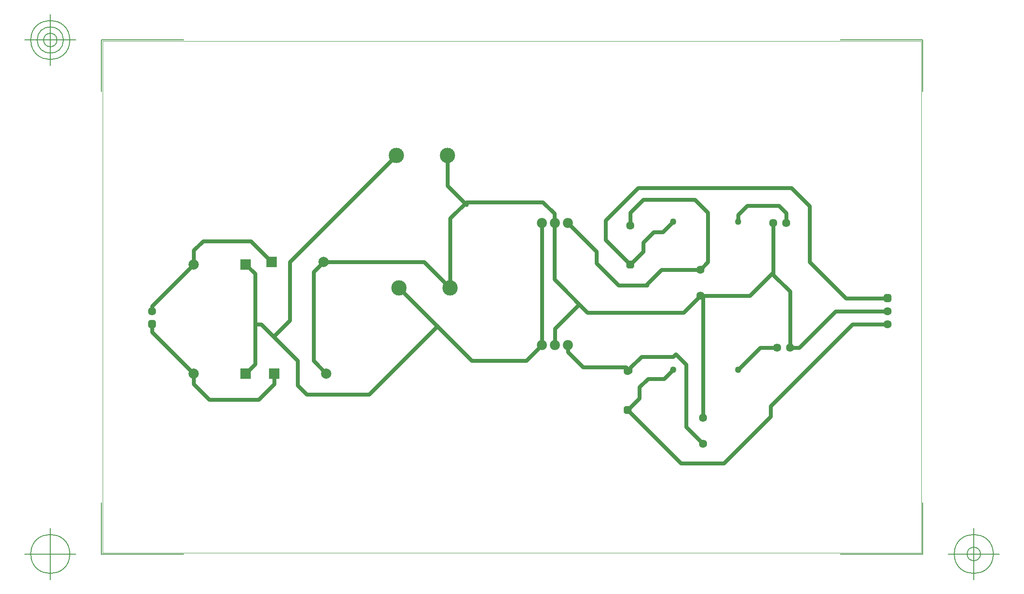
<source format=gbr>
G04 Generated by Ultiboard 10.1 *
%FSLAX25Y25*%
%MOIN*%

%ADD10C,0.03000*%
%ADD11C,0.00500*%
%ADD12C,0.00004*%
%ADD13C,0.06334*%
%ADD14C,0.11811*%
%ADD15R,0.07874X0.07874*%
%ADD16C,0.07874*%
%ADD17R,0.02083X0.02083*%
%ADD18C,0.03917*%
%ADD19R,0.02667X0.02667*%
%ADD20C,0.03333*%
%ADD21C,0.07834*%
%ADD22C,0.05000*%


G04 ColorRGB 0000FF for the following layer *
%LNCopper Bottom*%
%LPD*%
%FSLAX25Y25*%
%MOIN*%
G54D10*
X520350Y267050D02*
X495850Y267050D01*
X514000Y105000D02*
X478000Y69000D01*
X489000Y141000D02*
X506000Y158000D01*
X506000Y158000D02*
X518884Y158000D01*
X497917Y197917D02*
X516000Y216000D01*
X530000Y281000D02*
X412000Y281000D01*
X247370Y224000D02*
X267370Y204000D01*
X284000Y148000D02*
X228000Y204000D01*
X205000Y122000D02*
X257500Y174500D01*
X226000Y306000D02*
X144000Y224000D01*
X132000Y130000D02*
X120000Y118000D01*
X114000Y240000D02*
X130000Y224000D01*
X117250Y176000D02*
X122000Y176000D01*
X122000Y176000D02*
X150000Y148000D01*
X81850Y118000D02*
X70000Y129850D01*
X70000Y129850D02*
X70000Y138000D01*
X120000Y118000D02*
X81850Y118000D01*
X38000Y190000D02*
X70000Y222000D01*
X70000Y138000D02*
X38000Y170000D01*
X38000Y186000D02*
X38000Y190000D01*
X38000Y176000D02*
X38000Y170000D01*
X117250Y214750D02*
X117250Y145250D01*
X117250Y145250D02*
X110000Y138000D01*
X77100Y240000D02*
X114000Y240000D01*
X70000Y232900D02*
X70000Y222000D01*
X70000Y232900D02*
X77100Y240000D01*
X117250Y214750D02*
X110000Y222000D01*
X132000Y138000D02*
X132000Y130000D01*
X150000Y148000D02*
X150000Y129000D01*
X150000Y129000D02*
X157000Y122000D01*
X157000Y122000D02*
X205000Y122000D01*
X170000Y224000D02*
X247370Y224000D01*
X162100Y147900D02*
X162100Y216100D01*
X144000Y224000D02*
X144000Y179000D01*
X144000Y179000D02*
X132000Y167000D01*
X162100Y147900D02*
X172000Y138000D01*
X162100Y216100D02*
X170000Y224000D01*
X489000Y260200D02*
X489000Y255000D01*
X431000Y247000D02*
X439000Y255000D01*
X406000Y252000D02*
X406000Y262000D01*
X412000Y281000D02*
X387000Y256000D01*
X387000Y256000D02*
X387000Y241000D01*
X465714Y261736D02*
X465714Y223867D01*
X358000Y254000D02*
X380000Y232000D01*
X338000Y254000D02*
X338000Y160000D01*
X267370Y204000D02*
X267370Y257370D01*
X347650Y253650D02*
X347650Y210350D01*
X347650Y253650D02*
X348000Y254000D01*
X347550Y261071D02*
X347550Y254450D01*
X347550Y254450D02*
X348000Y254000D01*
X402500Y143000D02*
X369500Y143000D01*
X373000Y185000D02*
X446847Y185000D01*
X380000Y232000D02*
X380000Y223000D01*
X380000Y223000D02*
X397000Y206000D01*
X326000Y148000D02*
X284000Y148000D01*
X348000Y172450D02*
X366625Y191075D01*
X347650Y210350D02*
X373000Y185000D01*
X348000Y172450D02*
X348000Y160000D01*
X338000Y160000D02*
X326000Y148000D01*
X369500Y143000D02*
X358000Y154500D01*
X358000Y154500D02*
X358000Y160000D01*
X413000Y119000D02*
X413000Y127500D01*
X413000Y127500D02*
X419500Y134000D01*
X449000Y97000D02*
X449000Y145000D01*
X462000Y104000D02*
X462000Y195680D01*
X478000Y69000D02*
X445000Y69000D01*
X445000Y69000D02*
X404000Y110000D01*
X404000Y110000D02*
X413000Y119000D01*
X462000Y84000D02*
X449000Y97000D01*
X439500Y141500D02*
X432000Y134000D01*
X449000Y145000D02*
X441000Y153000D01*
X441000Y153000D02*
X439000Y151000D01*
X439000Y151000D02*
X414500Y151000D01*
X429917Y217917D02*
X459764Y217917D01*
X414500Y151000D02*
X406000Y142500D01*
X406000Y142500D02*
X406000Y139500D01*
X406000Y139500D02*
X402500Y143000D01*
X419500Y134000D02*
X432000Y134000D01*
X406000Y222000D02*
X416000Y232000D01*
X387000Y241000D02*
X406000Y222000D01*
X397000Y206000D02*
X419000Y206000D01*
X418000Y206000D02*
X429917Y217917D01*
X416000Y239000D02*
X424000Y247000D01*
X424000Y247000D02*
X431000Y247000D01*
X416000Y232000D02*
X416000Y239000D01*
X446847Y185000D02*
X459764Y197917D01*
X459764Y197917D02*
X497917Y197917D01*
X465714Y223867D02*
X459764Y217917D01*
X462000Y195680D02*
X459764Y197917D01*
X280000Y270000D02*
X338621Y270000D01*
X267370Y257370D02*
X280000Y270000D01*
X265370Y306000D02*
X265370Y282630D01*
X265370Y282630D02*
X280000Y268000D01*
X338621Y270000D02*
X347550Y261071D01*
X416000Y272000D02*
X455450Y272000D01*
X406000Y262000D02*
X416000Y272000D01*
X455450Y272000D02*
X465714Y261736D01*
X495850Y267050D02*
X489000Y260200D01*
X526000Y261400D02*
X526000Y254000D01*
X516000Y254000D02*
X516000Y214000D01*
X544000Y224000D02*
X544000Y267000D01*
X576989Y175989D02*
X514000Y113000D01*
X514000Y113000D02*
X514000Y105000D01*
X536000Y158000D02*
X563989Y185989D01*
X563989Y185989D02*
X604000Y185989D01*
X572011Y195989D02*
X544000Y224000D01*
X528884Y201116D02*
X528884Y158000D01*
X528884Y158000D02*
X536000Y158000D01*
X516000Y214000D02*
X528884Y201116D01*
X604000Y175989D02*
X576989Y175989D01*
X604000Y195989D02*
X572011Y195989D01*
X544000Y267000D02*
X530000Y281000D01*
X526000Y261400D02*
X520350Y267050D01*
G54D11*
X-1000Y-1000D02*
X-1000Y38570D01*
X-1000Y-1000D02*
X62192Y-1000D01*
X630921Y-1000D02*
X567729Y-1000D01*
X630921Y-1000D02*
X630921Y38570D01*
X630921Y394701D02*
X630921Y355131D01*
X630921Y394701D02*
X567729Y394701D01*
X-1000Y394701D02*
X62192Y394701D01*
X-1000Y394701D02*
X-1000Y355131D01*
X-20685Y-1000D02*
X-60055Y-1000D01*
X-40370Y-20685D02*
X-40370Y18685D01*
X-55384Y-1000D02*
G75*
D01*
G02X-55384Y-1000I15014J0*
G01*
X650606Y-1000D02*
X689976Y-1000D01*
X670291Y-20685D02*
X670291Y18685D01*
X655278Y-1000D02*
G75*
D01*
G02X655278Y-1000I15014J0*
G01*
X665120Y-1000D02*
G75*
D01*
G02X665120Y-1000I5171J0*
G01*
X-20685Y394701D02*
X-60055Y394701D01*
X-40370Y375016D02*
X-40370Y414386D01*
X-55384Y394701D02*
G75*
D01*
G02X-55384Y394701I15014J0*
G01*
X-50463Y394701D02*
G75*
D01*
G02X-50463Y394701I10093J0*
G01*
X-45541Y394701D02*
G75*
D01*
G02X-45541Y394701I5171J0*
G01*
X-1000Y-1000D02*
X-1000Y38570D01*
X-1000Y-1000D02*
X62192Y-1000D01*
X630921Y-1000D02*
X567729Y-1000D01*
X630921Y-1000D02*
X630921Y38570D01*
X630921Y394701D02*
X630921Y355131D01*
X630921Y394701D02*
X567729Y394701D01*
X-1000Y394701D02*
X62192Y394701D01*
X-1000Y394701D02*
X-1000Y355131D01*
X-20685Y-1000D02*
X-60055Y-1000D01*
X-40370Y-20685D02*
X-40370Y18685D01*
X-55384Y-1000D02*
G75*
D01*
G02X-55384Y-1000I15014J0*
G01*
X650606Y-1000D02*
X689976Y-1000D01*
X670291Y-20685D02*
X670291Y18685D01*
X655278Y-1000D02*
G75*
D01*
G02X655278Y-1000I15014J0*
G01*
X665120Y-1000D02*
G75*
D01*
G02X665120Y-1000I5171J0*
G01*
X-20685Y394701D02*
X-60055Y394701D01*
X-40370Y375016D02*
X-40370Y414386D01*
X-55384Y394701D02*
G75*
D01*
G02X-55384Y394701I15014J0*
G01*
X-50463Y394701D02*
G75*
D01*
G02X-50463Y394701I10093J0*
G01*
X-45541Y394701D02*
G75*
D01*
G02X-45541Y394701I5171J0*
G01*
G54D12*
X0Y0D02*
X629921Y0D01*
X629921Y0D02*
X629921Y393701D01*
X629921Y393701D02*
X0Y393701D01*
X0Y393701D02*
X0Y0D01*
G54D13*
X518884Y158000D03*
X528884Y158000D03*
X38000Y186000D03*
X406000Y252000D03*
X404000Y140000D03*
X462000Y84000D03*
X462000Y104000D03*
X459764Y217917D03*
X459764Y197917D03*
X516000Y254000D03*
X526000Y254000D03*
X604000Y185989D03*
X604000Y175989D03*
G54D14*
X228000Y204000D03*
X267370Y204000D03*
X226000Y306000D03*
X265370Y306000D03*
G54D15*
X130000Y224000D03*
X110000Y138000D03*
X110000Y222000D03*
X132000Y138000D03*
G54D16*
X170000Y224000D03*
X70000Y138000D03*
X70000Y222000D03*
X172000Y138000D03*
G54D17*
X38000Y176000D03*
X604000Y195989D03*
G54D18*
X36959Y174959D02*
X39041Y174959D01*
X39041Y177041D01*
X36959Y177041D01*
X36959Y174959D01*D02*
X602959Y194948D02*
X605041Y194948D01*
X605041Y197030D01*
X602959Y197030D01*
X602959Y194948D01*D02*
G54D19*
X406000Y222000D03*
X404000Y110000D03*
G54D20*
X404667Y220667D02*
X407333Y220667D01*
X407333Y223333D01*
X404667Y223333D01*
X404667Y220667D01*D02*
X402667Y108667D02*
X405333Y108667D01*
X405333Y111333D01*
X402667Y111333D01*
X402667Y108667D01*D02*
G54D21*
X348000Y254000D03*
X338000Y254000D03*
X358000Y254000D03*
X338000Y160000D03*
X348000Y160000D03*
X358000Y160000D03*
G54D22*
X439000Y255000D03*
X489000Y255000D03*
X439000Y141000D03*
X489000Y141000D03*

M00*

</source>
